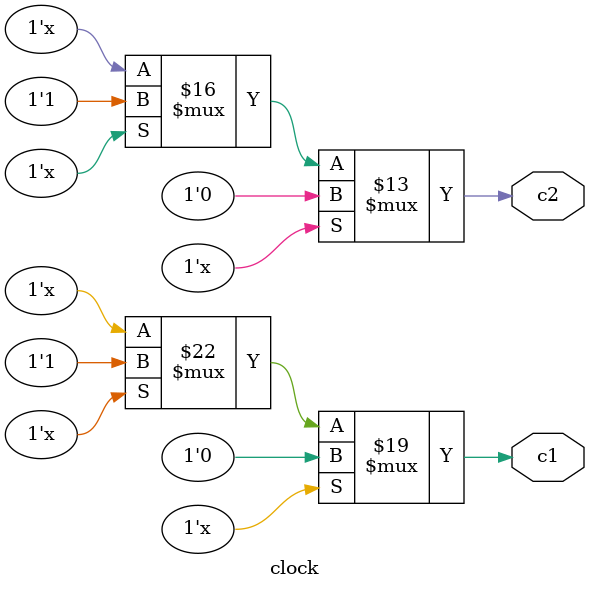
<source format=v>
`ifndef CLOCKGENERATOR
`define CLOCKGENERATOR
module clock(output reg c1, output reg c2);
	integer phase = 0;

	always #40 begin
	  	if(phase == 0) c1 = 1;
		if(phase == 8) c1 = 0;

		if(phase == 10) c2 = 1;
		if(phase == 18) c2 = 0;
		if(phase == 20) phase = -1;
		 
		phase = phase + 1;
	end
endmodule
`endif

</source>
